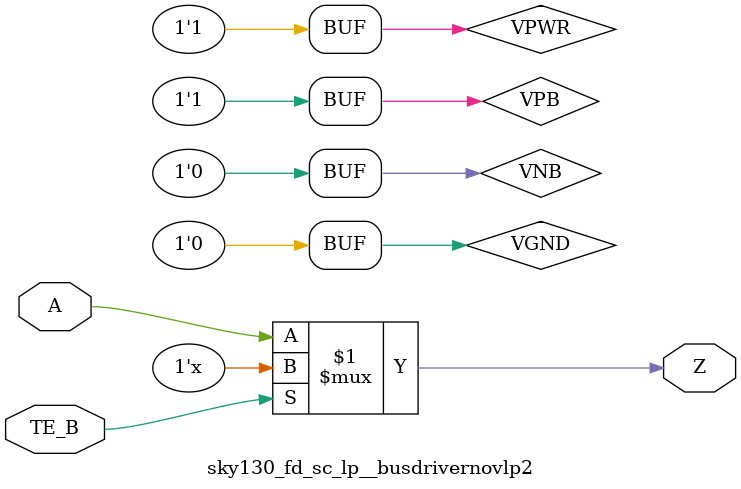
<source format=v>
/*
 * Copyright 2020 The SkyWater PDK Authors
 *
 * Licensed under the Apache License, Version 2.0 (the "License");
 * you may not use this file except in compliance with the License.
 * You may obtain a copy of the License at
 *
 *     https://www.apache.org/licenses/LICENSE-2.0
 *
 * Unless required by applicable law or agreed to in writing, software
 * distributed under the License is distributed on an "AS IS" BASIS,
 * WITHOUT WARRANTIES OR CONDITIONS OF ANY KIND, either express or implied.
 * See the License for the specific language governing permissions and
 * limitations under the License.
 *
 * SPDX-License-Identifier: Apache-2.0
*/


`ifndef SKY130_FD_SC_LP__BUSDRIVERNOVLP2_BEHAVIORAL_V
`define SKY130_FD_SC_LP__BUSDRIVERNOVLP2_BEHAVIORAL_V

/**
 * busdrivernovlp2: Bus driver, enable gates pulldown only (pmos
 *                  devices).
 *
 * Verilog simulation functional model.
 */

`timescale 1ns / 1ps
`default_nettype none

`celldefine
module sky130_fd_sc_lp__busdrivernovlp2 (
    Z   ,
    A   ,
    TE_B
);

    // Module ports
    output Z   ;
    input  A   ;
    input  TE_B;

    // Module supplies
    supply1 VPWR;
    supply0 VGND;
    supply1 VPB ;
    supply0 VNB ;

    //     Name     Output  Other arguments
    bufif0 bufif00 (Z     , A, TE_B        );

endmodule
`endcelldefine

`default_nettype wire
`endif  // SKY130_FD_SC_LP__BUSDRIVERNOVLP2_BEHAVIORAL_V
</source>
